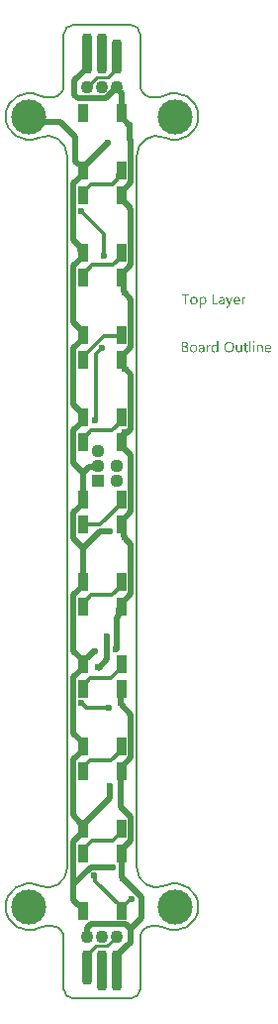
<source format=gtl>
G04*
G04 #@! TF.GenerationSoftware,Altium Limited,Altium Designer,21.8.1 (53)*
G04*
G04 Layer_Physical_Order=1*
G04 Layer_Color=255*
%FSAX25Y25*%
%MOIN*%
G70*
G04*
G04 #@! TF.SameCoordinates,E3F0FB40-B38B-4DF8-A9CB-3E72E830E8E9*
G04*
G04*
G04 #@! TF.FilePolarity,Positive*
G04*
G01*
G75*
%ADD10C,0.01968*%
%ADD11C,0.00787*%
%ADD12R,0.03543X0.05906*%
G04:AMPARAMS|DCode=14|XSize=35.43mil|YSize=135.83mil|CornerRadius=13.82mil|HoleSize=0mil|Usage=FLASHONLY|Rotation=0.000|XOffset=0mil|YOffset=0mil|HoleType=Round|Shape=RoundedRectangle|*
%AMROUNDEDRECTD14*
21,1,0.03543,0.10819,0,0,0.0*
21,1,0.00780,0.13583,0,0,0.0*
1,1,0.02764,0.00390,-0.05409*
1,1,0.02764,-0.00390,-0.05409*
1,1,0.02764,-0.00390,0.05409*
1,1,0.02764,0.00390,0.05409*
%
%ADD14ROUNDEDRECTD14*%
G04:AMPARAMS|DCode=15|XSize=35.43mil|YSize=116.14mil|CornerRadius=13.82mil|HoleSize=0mil|Usage=FLASHONLY|Rotation=0.000|XOffset=0mil|YOffset=0mil|HoleType=Round|Shape=RoundedRectangle|*
%AMROUNDEDRECTD15*
21,1,0.03543,0.08850,0,0,0.0*
21,1,0.00780,0.11614,0,0,0.0*
1,1,0.02764,0.00390,-0.04425*
1,1,0.02764,-0.00390,-0.04425*
1,1,0.02764,-0.00390,0.04425*
1,1,0.02764,0.00390,0.04425*
%
%ADD15ROUNDEDRECTD15*%
%ADD19C,0.04331*%
%ADD21C,0.01142*%
%ADD22C,0.01181*%
%ADD23R,0.04370X0.04370*%
%ADD24C,0.04370*%
%ADD25C,0.11811*%
%ADD26C,0.02362*%
G36*
X0034211Y0235930D02*
X0034254Y0235924D01*
X0034297Y0235918D01*
X0034409Y0235893D01*
X0034533Y0235856D01*
X0034657Y0235794D01*
X0034718Y0235757D01*
X0034780Y0235707D01*
X0034836Y0235658D01*
X0034892Y0235596D01*
X0034898Y0235590D01*
X0034904Y0235583D01*
X0034916Y0235559D01*
X0034935Y0235534D01*
X0034954Y0235503D01*
X0034978Y0235459D01*
X0035003Y0235410D01*
X0035028Y0235361D01*
X0035053Y0235299D01*
X0035077Y0235230D01*
X0035102Y0235156D01*
X0035121Y0235076D01*
X0035152Y0234896D01*
X0035164Y0234797D01*
Y0234692D01*
Y0234686D01*
Y0234667D01*
Y0234630D01*
X0035158Y0234587D01*
Y0234537D01*
X0035146Y0234475D01*
X0035139Y0234407D01*
X0035127Y0234333D01*
X0035090Y0234172D01*
X0035034Y0234005D01*
X0034997Y0233924D01*
X0034960Y0233844D01*
X0034910Y0233764D01*
X0034855Y0233689D01*
X0034848Y0233683D01*
X0034842Y0233671D01*
X0034824Y0233652D01*
X0034799Y0233633D01*
X0034768Y0233603D01*
X0034731Y0233572D01*
X0034687Y0233535D01*
X0034638Y0233504D01*
X0034582Y0233466D01*
X0034520Y0233429D01*
X0034372Y0233373D01*
X0034291Y0233349D01*
X0034211Y0233330D01*
X0034118Y0233318D01*
X0034019Y0233312D01*
X0033969D01*
X0033938Y0233318D01*
X0033895Y0233324D01*
X0033852Y0233336D01*
X0033740Y0233361D01*
X0033623Y0233411D01*
X0033555Y0233448D01*
X0033493Y0233485D01*
X0033431Y0233535D01*
X0033375Y0233590D01*
X0033313Y0233652D01*
X0033264Y0233726D01*
X0033251D01*
Y0232216D01*
X0032849D01*
Y0235880D01*
X0033251D01*
Y0235435D01*
X0033264D01*
X0033270Y0235441D01*
X0033276Y0235459D01*
X0033295Y0235484D01*
X0033319Y0235515D01*
X0033350Y0235552D01*
X0033388Y0235596D01*
X0033431Y0235639D01*
X0033487Y0235689D01*
X0033542Y0235732D01*
X0033604Y0235775D01*
X0033678Y0235819D01*
X0033753Y0235856D01*
X0033839Y0235893D01*
X0033932Y0235918D01*
X0034025Y0235930D01*
X0034130Y0235936D01*
X0034180D01*
X0034211Y0235930D01*
D02*
G37*
G36*
X0048324Y0235918D02*
X0048398Y0235911D01*
X0048442Y0235899D01*
X0048472Y0235887D01*
Y0235472D01*
X0048466Y0235478D01*
X0048454Y0235484D01*
X0048429Y0235497D01*
X0048398Y0235515D01*
X0048355Y0235528D01*
X0048299Y0235540D01*
X0048237Y0235546D01*
X0048169Y0235552D01*
X0048157D01*
X0048126Y0235546D01*
X0048076Y0235540D01*
X0048021Y0235522D01*
X0047946Y0235490D01*
X0047878Y0235447D01*
X0047804Y0235385D01*
X0047736Y0235305D01*
X0047730Y0235292D01*
X0047711Y0235262D01*
X0047680Y0235206D01*
X0047649Y0235132D01*
X0047618Y0235039D01*
X0047587Y0234921D01*
X0047569Y0234791D01*
X0047563Y0234643D01*
Y0233367D01*
X0047160D01*
Y0235880D01*
X0047563D01*
Y0235361D01*
X0047575D01*
Y0235367D01*
X0047581Y0235373D01*
X0047594Y0235404D01*
X0047612Y0235453D01*
X0047643Y0235515D01*
X0047674Y0235577D01*
X0047724Y0235645D01*
X0047773Y0235713D01*
X0047835Y0235775D01*
X0047841Y0235781D01*
X0047866Y0235800D01*
X0047903Y0235825D01*
X0047953Y0235849D01*
X0048008Y0235874D01*
X0048076Y0235899D01*
X0048151Y0235918D01*
X0048231Y0235924D01*
X0048287D01*
X0048324Y0235918D01*
D02*
G37*
G36*
X0042945Y0232965D02*
X0042939Y0232959D01*
X0042933Y0232934D01*
X0042914Y0232891D01*
X0042889Y0232841D01*
X0042858Y0232786D01*
X0042815Y0232717D01*
X0042772Y0232649D01*
X0042722Y0232575D01*
X0042660Y0232501D01*
X0042598Y0232433D01*
X0042524Y0232365D01*
X0042443Y0232309D01*
X0042363Y0232259D01*
X0042270Y0232216D01*
X0042177Y0232191D01*
X0042072Y0232185D01*
X0042016D01*
X0041979Y0232191D01*
X0041899Y0232204D01*
X0041812Y0232222D01*
Y0232581D01*
X0041818D01*
X0041837Y0232575D01*
X0041862Y0232569D01*
X0041893Y0232563D01*
X0041967Y0232544D01*
X0042047Y0232538D01*
X0042060D01*
X0042097Y0232544D01*
X0042153Y0232556D01*
X0042221Y0232581D01*
X0042295Y0232625D01*
X0042332Y0232656D01*
X0042369Y0232693D01*
X0042406Y0232730D01*
X0042443Y0232779D01*
X0042474Y0232835D01*
X0042505Y0232897D01*
X0042710Y0233367D01*
X0041725Y0235880D01*
X0042171D01*
X0042852Y0233943D01*
Y0233937D01*
X0042858Y0233924D01*
X0042864Y0233906D01*
X0042871Y0233881D01*
X0042877Y0233844D01*
X0042889Y0233807D01*
X0042902Y0233751D01*
X0042920D01*
Y0233764D01*
X0042933Y0233801D01*
X0042945Y0233856D01*
X0042970Y0233937D01*
X0043681Y0235880D01*
X0044096D01*
X0042945Y0232965D01*
D02*
G37*
G36*
X0040537Y0235930D02*
X0040593Y0235924D01*
X0040661Y0235905D01*
X0040735Y0235887D01*
X0040815Y0235856D01*
X0040902Y0235819D01*
X0040983Y0235769D01*
X0041063Y0235707D01*
X0041137Y0235633D01*
X0041205Y0235540D01*
X0041261Y0235435D01*
X0041304Y0235311D01*
X0041329Y0235169D01*
X0041342Y0235001D01*
Y0233367D01*
X0040939D01*
Y0233757D01*
X0040927D01*
Y0233751D01*
X0040915Y0233739D01*
X0040902Y0233714D01*
X0040877Y0233689D01*
X0040815Y0233615D01*
X0040735Y0233535D01*
X0040624Y0233454D01*
X0040494Y0233380D01*
X0040413Y0233355D01*
X0040333Y0233330D01*
X0040246Y0233318D01*
X0040153Y0233312D01*
X0040116D01*
X0040091Y0233318D01*
X0040023Y0233324D01*
X0039943Y0233336D01*
X0039844Y0233361D01*
X0039751Y0233392D01*
X0039652Y0233442D01*
X0039565Y0233504D01*
X0039559Y0233516D01*
X0039534Y0233541D01*
X0039497Y0233584D01*
X0039460Y0233646D01*
X0039423Y0233720D01*
X0039386Y0233807D01*
X0039361Y0233912D01*
X0039355Y0234030D01*
Y0234036D01*
Y0234061D01*
X0039361Y0234098D01*
X0039367Y0234141D01*
X0039379Y0234197D01*
X0039398Y0234259D01*
X0039423Y0234327D01*
X0039460Y0234395D01*
X0039503Y0234469D01*
X0039559Y0234543D01*
X0039627Y0234612D01*
X0039707Y0234673D01*
X0039800Y0234735D01*
X0039912Y0234785D01*
X0040036Y0234822D01*
X0040184Y0234853D01*
X0040939Y0234958D01*
Y0234964D01*
Y0234983D01*
X0040933Y0235020D01*
Y0235057D01*
X0040921Y0235107D01*
X0040915Y0235162D01*
X0040877Y0235280D01*
X0040846Y0235336D01*
X0040815Y0235391D01*
X0040772Y0235447D01*
X0040723Y0235497D01*
X0040661Y0235540D01*
X0040593Y0235571D01*
X0040512Y0235590D01*
X0040419Y0235596D01*
X0040376D01*
X0040345Y0235590D01*
X0040302D01*
X0040258Y0235577D01*
X0040147Y0235559D01*
X0040023Y0235522D01*
X0039887Y0235466D01*
X0039813Y0235429D01*
X0039745Y0235391D01*
X0039670Y0235342D01*
X0039602Y0235286D01*
Y0235701D01*
X0039608D01*
X0039621Y0235713D01*
X0039639Y0235726D01*
X0039670Y0235738D01*
X0039701Y0235757D01*
X0039745Y0235775D01*
X0039794Y0235794D01*
X0039850Y0235819D01*
X0039974Y0235862D01*
X0040122Y0235899D01*
X0040283Y0235924D01*
X0040457Y0235936D01*
X0040494D01*
X0040537Y0235930D01*
D02*
G37*
G36*
X0037646Y0233739D02*
X0039057D01*
Y0233367D01*
X0037231D01*
Y0236883D01*
X0037646D01*
Y0233739D01*
D02*
G37*
G36*
X0029407Y0236512D02*
X0028392D01*
Y0233367D01*
X0027984D01*
Y0236512D01*
X0026969D01*
Y0236883D01*
X0029407D01*
Y0236512D01*
D02*
G37*
G36*
X0045600Y0235930D02*
X0045644Y0235924D01*
X0045687Y0235918D01*
X0045799Y0235899D01*
X0045922Y0235856D01*
X0046046Y0235800D01*
X0046108Y0235763D01*
X0046170Y0235719D01*
X0046226Y0235670D01*
X0046281Y0235614D01*
X0046288Y0235608D01*
X0046294Y0235602D01*
X0046306Y0235583D01*
X0046325Y0235559D01*
X0046343Y0235522D01*
X0046368Y0235484D01*
X0046393Y0235441D01*
X0046417Y0235385D01*
X0046442Y0235323D01*
X0046467Y0235262D01*
X0046492Y0235187D01*
X0046510Y0235107D01*
X0046529Y0235020D01*
X0046541Y0234933D01*
X0046554Y0234834D01*
Y0234729D01*
Y0234519D01*
X0044777D01*
Y0234512D01*
Y0234500D01*
Y0234482D01*
X0044783Y0234451D01*
X0044789Y0234413D01*
Y0234376D01*
X0044808Y0234277D01*
X0044839Y0234178D01*
X0044876Y0234067D01*
X0044932Y0233962D01*
X0045000Y0233869D01*
X0045012Y0233856D01*
X0045037Y0233832D01*
X0045087Y0233801D01*
X0045155Y0233757D01*
X0045241Y0233714D01*
X0045340Y0233683D01*
X0045458Y0233658D01*
X0045594Y0233646D01*
X0045638D01*
X0045669Y0233652D01*
X0045706D01*
X0045749Y0233658D01*
X0045854Y0233683D01*
X0045972Y0233714D01*
X0046102Y0233764D01*
X0046238Y0233832D01*
X0046306Y0233875D01*
X0046374Y0233924D01*
Y0233547D01*
X0046368D01*
X0046362Y0233535D01*
X0046343Y0233528D01*
X0046312Y0233510D01*
X0046281Y0233491D01*
X0046244Y0233473D01*
X0046195Y0233454D01*
X0046145Y0233429D01*
X0046083Y0233404D01*
X0046015Y0233386D01*
X0045867Y0233349D01*
X0045693Y0233324D01*
X0045501Y0233312D01*
X0045452D01*
X0045415Y0233318D01*
X0045371Y0233324D01*
X0045316Y0233330D01*
X0045198Y0233355D01*
X0045062Y0233392D01*
X0044926Y0233454D01*
X0044858Y0233497D01*
X0044789Y0233541D01*
X0044728Y0233590D01*
X0044666Y0233652D01*
X0044660Y0233658D01*
X0044653Y0233671D01*
X0044641Y0233689D01*
X0044616Y0233714D01*
X0044598Y0233751D01*
X0044573Y0233794D01*
X0044542Y0233844D01*
X0044517Y0233900D01*
X0044486Y0233962D01*
X0044461Y0234036D01*
X0044431Y0234116D01*
X0044412Y0234203D01*
X0044393Y0234296D01*
X0044375Y0234395D01*
X0044369Y0234500D01*
X0044362Y0234612D01*
Y0234618D01*
Y0234636D01*
Y0234667D01*
X0044369Y0234711D01*
X0044375Y0234760D01*
X0044381Y0234816D01*
X0044387Y0234884D01*
X0044406Y0234952D01*
X0044443Y0235101D01*
X0044499Y0235262D01*
X0044536Y0235342D01*
X0044585Y0235416D01*
X0044635Y0235497D01*
X0044690Y0235565D01*
X0044697Y0235571D01*
X0044709Y0235583D01*
X0044728Y0235602D01*
X0044752Y0235620D01*
X0044783Y0235651D01*
X0044820Y0235682D01*
X0044870Y0235713D01*
X0044919Y0235751D01*
X0045037Y0235819D01*
X0045180Y0235880D01*
X0045260Y0235899D01*
X0045340Y0235918D01*
X0045427Y0235930D01*
X0045520Y0235936D01*
X0045569D01*
X0045600Y0235930D01*
D02*
G37*
G36*
X0031110D02*
X0031153Y0235924D01*
X0031209Y0235918D01*
X0031332Y0235893D01*
X0031475Y0235849D01*
X0031617Y0235788D01*
X0031691Y0235751D01*
X0031760Y0235707D01*
X0031828Y0235651D01*
X0031890Y0235590D01*
X0031896Y0235583D01*
X0031902Y0235571D01*
X0031920Y0235552D01*
X0031939Y0235528D01*
X0031964Y0235490D01*
X0031989Y0235447D01*
X0032019Y0235398D01*
X0032050Y0235342D01*
X0032075Y0235274D01*
X0032106Y0235206D01*
X0032131Y0235125D01*
X0032156Y0235039D01*
X0032174Y0234946D01*
X0032193Y0234847D01*
X0032199Y0234741D01*
X0032205Y0234630D01*
Y0234624D01*
Y0234605D01*
Y0234574D01*
X0032199Y0234531D01*
X0032193Y0234482D01*
X0032187Y0234420D01*
X0032174Y0234358D01*
X0032162Y0234283D01*
X0032125Y0234135D01*
X0032063Y0233974D01*
X0032026Y0233893D01*
X0031976Y0233813D01*
X0031927Y0233739D01*
X0031865Y0233671D01*
X0031859Y0233664D01*
X0031846Y0233658D01*
X0031828Y0233640D01*
X0031803Y0233615D01*
X0031766Y0233590D01*
X0031729Y0233559D01*
X0031679Y0233522D01*
X0031623Y0233491D01*
X0031561Y0233460D01*
X0031493Y0233423D01*
X0031419Y0233392D01*
X0031339Y0233367D01*
X0031252Y0233343D01*
X0031159Y0233330D01*
X0031060Y0233318D01*
X0030955Y0233312D01*
X0030899D01*
X0030862Y0233318D01*
X0030819Y0233324D01*
X0030763Y0233330D01*
X0030701Y0233343D01*
X0030633Y0233355D01*
X0030491Y0233398D01*
X0030342Y0233460D01*
X0030268Y0233497D01*
X0030200Y0233547D01*
X0030132Y0233596D01*
X0030064Y0233658D01*
X0030057Y0233664D01*
X0030051Y0233677D01*
X0030033Y0233695D01*
X0030014Y0233720D01*
X0029989Y0233757D01*
X0029958Y0233801D01*
X0029927Y0233850D01*
X0029902Y0233906D01*
X0029872Y0233974D01*
X0029841Y0234042D01*
X0029810Y0234116D01*
X0029785Y0234203D01*
X0029748Y0234389D01*
X0029742Y0234488D01*
X0029735Y0234593D01*
Y0234599D01*
Y0234624D01*
Y0234655D01*
X0029742Y0234698D01*
X0029748Y0234748D01*
X0029754Y0234810D01*
X0029766Y0234878D01*
X0029779Y0234952D01*
X0029816Y0235113D01*
X0029878Y0235274D01*
X0029921Y0235354D01*
X0029964Y0235435D01*
X0030014Y0235509D01*
X0030076Y0235577D01*
X0030082Y0235583D01*
X0030094Y0235596D01*
X0030113Y0235608D01*
X0030138Y0235633D01*
X0030175Y0235658D01*
X0030218Y0235689D01*
X0030268Y0235726D01*
X0030323Y0235757D01*
X0030385Y0235788D01*
X0030460Y0235825D01*
X0030534Y0235856D01*
X0030621Y0235880D01*
X0030707Y0235905D01*
X0030806Y0235924D01*
X0030911Y0235930D01*
X0031017Y0235936D01*
X0031072D01*
X0031110Y0235930D01*
D02*
G37*
G36*
X0051178Y0220945D02*
X0051202D01*
X0051258Y0220920D01*
X0051289Y0220901D01*
X0051320Y0220877D01*
X0051326Y0220870D01*
X0051332Y0220864D01*
X0051363Y0220827D01*
X0051388Y0220765D01*
X0051394Y0220728D01*
X0051400Y0220691D01*
Y0220685D01*
Y0220672D01*
X0051394Y0220654D01*
X0051388Y0220629D01*
X0051370Y0220567D01*
X0051345Y0220536D01*
X0051320Y0220505D01*
X0051314D01*
X0051308Y0220493D01*
X0051270Y0220468D01*
X0051215Y0220443D01*
X0051178Y0220437D01*
X0051140Y0220431D01*
X0051122D01*
X0051103Y0220437D01*
X0051078D01*
X0051017Y0220462D01*
X0050986Y0220474D01*
X0050955Y0220499D01*
Y0220505D01*
X0050942Y0220511D01*
X0050930Y0220530D01*
X0050918Y0220548D01*
X0050893Y0220610D01*
X0050887Y0220648D01*
X0050880Y0220691D01*
Y0220697D01*
Y0220709D01*
X0050887Y0220728D01*
X0050893Y0220759D01*
X0050911Y0220815D01*
X0050930Y0220846D01*
X0050955Y0220877D01*
X0050961Y0220883D01*
X0050967Y0220889D01*
X0051004Y0220914D01*
X0051066Y0220938D01*
X0051103Y0220951D01*
X0051159D01*
X0051178Y0220945D01*
D02*
G37*
G36*
X0039187Y0217280D02*
X0038785D01*
Y0217701D01*
X0038773D01*
Y0217695D01*
X0038760Y0217683D01*
X0038742Y0217658D01*
X0038723Y0217627D01*
X0038692Y0217590D01*
X0038655Y0217552D01*
X0038612Y0217509D01*
X0038562Y0217466D01*
X0038507Y0217416D01*
X0038438Y0217373D01*
X0038370Y0217336D01*
X0038290Y0217299D01*
X0038210Y0217268D01*
X0038117Y0217243D01*
X0038018Y0217231D01*
X0037912Y0217224D01*
X0037869D01*
X0037832Y0217231D01*
X0037795Y0217237D01*
X0037745Y0217243D01*
X0037640Y0217268D01*
X0037516Y0217305D01*
X0037392Y0217367D01*
X0037324Y0217404D01*
X0037269Y0217447D01*
X0037207Y0217503D01*
X0037151Y0217559D01*
Y0217565D01*
X0037139Y0217577D01*
X0037126Y0217596D01*
X0037108Y0217621D01*
X0037089Y0217652D01*
X0037064Y0217695D01*
X0037040Y0217744D01*
X0037015Y0217800D01*
X0036984Y0217862D01*
X0036959Y0217930D01*
X0036934Y0218004D01*
X0036916Y0218085D01*
X0036897Y0218172D01*
X0036885Y0218270D01*
X0036879Y0218370D01*
X0036873Y0218475D01*
Y0218481D01*
Y0218499D01*
Y0218537D01*
X0036879Y0218580D01*
X0036885Y0218630D01*
X0036891Y0218691D01*
X0036897Y0218759D01*
X0036910Y0218834D01*
X0036947Y0218995D01*
X0037003Y0219162D01*
X0037040Y0219242D01*
X0037083Y0219323D01*
X0037126Y0219397D01*
X0037182Y0219471D01*
X0037188Y0219478D01*
X0037194Y0219490D01*
X0037213Y0219509D01*
X0037238Y0219533D01*
X0037269Y0219558D01*
X0037312Y0219589D01*
X0037355Y0219626D01*
X0037405Y0219663D01*
X0037529Y0219731D01*
X0037671Y0219793D01*
X0037751Y0219812D01*
X0037838Y0219830D01*
X0037925Y0219843D01*
X0038024Y0219849D01*
X0038073D01*
X0038111Y0219843D01*
X0038148Y0219837D01*
X0038197Y0219830D01*
X0038309Y0219799D01*
X0038432Y0219750D01*
X0038494Y0219719D01*
X0038556Y0219676D01*
X0038618Y0219632D01*
X0038674Y0219577D01*
X0038723Y0219515D01*
X0038773Y0219440D01*
X0038785D01*
Y0221000D01*
X0039187D01*
Y0217280D01*
D02*
G37*
G36*
X0053456Y0219843D02*
X0053530Y0219837D01*
X0053623Y0219818D01*
X0053722Y0219787D01*
X0053827Y0219738D01*
X0053932Y0219670D01*
X0053975Y0219632D01*
X0054019Y0219583D01*
X0054031Y0219570D01*
X0054056Y0219533D01*
X0054087Y0219471D01*
X0054130Y0219385D01*
X0054167Y0219280D01*
X0054204Y0219149D01*
X0054229Y0218995D01*
X0054235Y0218815D01*
Y0217280D01*
X0053833D01*
Y0218710D01*
Y0218716D01*
Y0218747D01*
X0053827Y0218784D01*
Y0218834D01*
X0053815Y0218896D01*
X0053802Y0218964D01*
X0053784Y0219038D01*
X0053759Y0219112D01*
X0053728Y0219187D01*
X0053691Y0219255D01*
X0053641Y0219323D01*
X0053585Y0219385D01*
X0053524Y0219434D01*
X0053443Y0219471D01*
X0053356Y0219502D01*
X0053251Y0219509D01*
X0053239D01*
X0053202Y0219502D01*
X0053146Y0219496D01*
X0053078Y0219478D01*
X0052997Y0219453D01*
X0052911Y0219409D01*
X0052830Y0219354D01*
X0052750Y0219280D01*
X0052744Y0219267D01*
X0052719Y0219242D01*
X0052688Y0219193D01*
X0052651Y0219125D01*
X0052614Y0219044D01*
X0052583Y0218945D01*
X0052558Y0218834D01*
X0052552Y0218710D01*
Y0217280D01*
X0052149D01*
Y0219793D01*
X0052552D01*
Y0219372D01*
X0052564D01*
X0052570Y0219378D01*
X0052577Y0219391D01*
X0052595Y0219416D01*
X0052620Y0219447D01*
X0052645Y0219484D01*
X0052682Y0219521D01*
X0052725Y0219564D01*
X0052775Y0219614D01*
X0052830Y0219657D01*
X0052892Y0219700D01*
X0052960Y0219738D01*
X0053035Y0219775D01*
X0053109Y0219806D01*
X0053196Y0219830D01*
X0053288Y0219843D01*
X0053387Y0219849D01*
X0053425D01*
X0053456Y0219843D01*
D02*
G37*
G36*
X0036458Y0219830D02*
X0036532Y0219824D01*
X0036575Y0219812D01*
X0036606Y0219799D01*
Y0219385D01*
X0036600Y0219391D01*
X0036588Y0219397D01*
X0036563Y0219409D01*
X0036532Y0219428D01*
X0036489Y0219440D01*
X0036433Y0219453D01*
X0036371Y0219459D01*
X0036303Y0219465D01*
X0036291D01*
X0036260Y0219459D01*
X0036210Y0219453D01*
X0036154Y0219434D01*
X0036080Y0219403D01*
X0036012Y0219360D01*
X0035938Y0219298D01*
X0035870Y0219218D01*
X0035864Y0219205D01*
X0035845Y0219174D01*
X0035814Y0219119D01*
X0035783Y0219044D01*
X0035752Y0218951D01*
X0035721Y0218834D01*
X0035703Y0218704D01*
X0035696Y0218555D01*
Y0217280D01*
X0035294D01*
Y0219793D01*
X0035696D01*
Y0219273D01*
X0035709D01*
Y0219280D01*
X0035715Y0219286D01*
X0035727Y0219317D01*
X0035746Y0219366D01*
X0035777Y0219428D01*
X0035808Y0219490D01*
X0035857Y0219558D01*
X0035907Y0219626D01*
X0035969Y0219688D01*
X0035975Y0219694D01*
X0036000Y0219713D01*
X0036037Y0219738D01*
X0036086Y0219762D01*
X0036142Y0219787D01*
X0036210Y0219812D01*
X0036284Y0219830D01*
X0036365Y0219837D01*
X0036421D01*
X0036458Y0219830D01*
D02*
G37*
G36*
X0047197Y0217280D02*
X0046795D01*
Y0217676D01*
X0046783D01*
Y0217670D01*
X0046770Y0217658D01*
X0046758Y0217633D01*
X0046733Y0217608D01*
X0046677Y0217534D01*
X0046591Y0217453D01*
X0046541Y0217410D01*
X0046486Y0217367D01*
X0046424Y0217330D01*
X0046349Y0217292D01*
X0046275Y0217268D01*
X0046195Y0217243D01*
X0046102Y0217231D01*
X0046009Y0217224D01*
X0045972D01*
X0045928Y0217231D01*
X0045867Y0217243D01*
X0045799Y0217255D01*
X0045724Y0217280D01*
X0045644Y0217311D01*
X0045563Y0217361D01*
X0045477Y0217416D01*
X0045396Y0217484D01*
X0045322Y0217571D01*
X0045254Y0217676D01*
X0045192Y0217794D01*
X0045149Y0217936D01*
X0045124Y0218103D01*
X0045111Y0218190D01*
Y0218289D01*
Y0219793D01*
X0045507D01*
Y0218351D01*
Y0218345D01*
Y0218320D01*
X0045514Y0218277D01*
X0045520Y0218227D01*
X0045526Y0218165D01*
X0045538Y0218103D01*
X0045557Y0218029D01*
X0045582Y0217955D01*
X0045619Y0217881D01*
X0045656Y0217812D01*
X0045706Y0217744D01*
X0045768Y0217683D01*
X0045836Y0217633D01*
X0045916Y0217596D01*
X0046015Y0217565D01*
X0046120Y0217559D01*
X0046133D01*
X0046170Y0217565D01*
X0046226Y0217571D01*
X0046288Y0217583D01*
X0046368Y0217614D01*
X0046448Y0217652D01*
X0046529Y0217701D01*
X0046603Y0217775D01*
X0046609Y0217788D01*
X0046634Y0217812D01*
X0046665Y0217862D01*
X0046702Y0217930D01*
X0046733Y0218010D01*
X0046764Y0218110D01*
X0046789Y0218221D01*
X0046795Y0218345D01*
Y0219793D01*
X0047197D01*
Y0217280D01*
D02*
G37*
G36*
X0051332D02*
X0050930D01*
Y0219793D01*
X0051332D01*
Y0217280D01*
D02*
G37*
G36*
X0050113D02*
X0049711D01*
Y0221000D01*
X0050113D01*
Y0217280D01*
D02*
G37*
G36*
X0033734Y0219843D02*
X0033790Y0219837D01*
X0033858Y0219818D01*
X0033932Y0219799D01*
X0034013Y0219769D01*
X0034099Y0219731D01*
X0034180Y0219682D01*
X0034260Y0219620D01*
X0034335Y0219546D01*
X0034403Y0219453D01*
X0034458Y0219348D01*
X0034502Y0219224D01*
X0034527Y0219081D01*
X0034539Y0218914D01*
Y0217280D01*
X0034137D01*
Y0217670D01*
X0034124D01*
Y0217664D01*
X0034112Y0217652D01*
X0034099Y0217627D01*
X0034075Y0217602D01*
X0034013Y0217528D01*
X0033932Y0217447D01*
X0033821Y0217367D01*
X0033691Y0217292D01*
X0033610Y0217268D01*
X0033530Y0217243D01*
X0033443Y0217231D01*
X0033350Y0217224D01*
X0033313D01*
X0033288Y0217231D01*
X0033220Y0217237D01*
X0033140Y0217249D01*
X0033041Y0217274D01*
X0032948Y0217305D01*
X0032849Y0217354D01*
X0032762Y0217416D01*
X0032756Y0217429D01*
X0032731Y0217453D01*
X0032694Y0217497D01*
X0032657Y0217559D01*
X0032620Y0217633D01*
X0032583Y0217720D01*
X0032558Y0217825D01*
X0032552Y0217943D01*
Y0217949D01*
Y0217973D01*
X0032558Y0218010D01*
X0032564Y0218054D01*
X0032577Y0218110D01*
X0032595Y0218172D01*
X0032620Y0218240D01*
X0032657Y0218308D01*
X0032700Y0218382D01*
X0032756Y0218456D01*
X0032824Y0218524D01*
X0032905Y0218586D01*
X0032998Y0218648D01*
X0033109Y0218698D01*
X0033233Y0218735D01*
X0033381Y0218766D01*
X0034137Y0218871D01*
Y0218877D01*
Y0218896D01*
X0034130Y0218933D01*
Y0218970D01*
X0034118Y0219020D01*
X0034112Y0219075D01*
X0034075Y0219193D01*
X0034044Y0219249D01*
X0034013Y0219304D01*
X0033969Y0219360D01*
X0033920Y0219409D01*
X0033858Y0219453D01*
X0033790Y0219484D01*
X0033709Y0219502D01*
X0033617Y0219509D01*
X0033573D01*
X0033542Y0219502D01*
X0033499D01*
X0033456Y0219490D01*
X0033344Y0219471D01*
X0033220Y0219434D01*
X0033084Y0219378D01*
X0033010Y0219341D01*
X0032942Y0219304D01*
X0032868Y0219255D01*
X0032800Y0219199D01*
Y0219614D01*
X0032806D01*
X0032818Y0219626D01*
X0032837Y0219638D01*
X0032868Y0219651D01*
X0032899Y0219670D01*
X0032942Y0219688D01*
X0032991Y0219707D01*
X0033047Y0219731D01*
X0033171Y0219775D01*
X0033319Y0219812D01*
X0033480Y0219837D01*
X0033654Y0219849D01*
X0033691D01*
X0033734Y0219843D01*
D02*
G37*
G36*
X0028045Y0220790D02*
X0028089D01*
X0028132Y0220784D01*
X0028231Y0220771D01*
X0028349Y0220740D01*
X0028473Y0220703D01*
X0028590Y0220648D01*
X0028695Y0220573D01*
X0028702D01*
X0028708Y0220561D01*
X0028739Y0220536D01*
X0028782Y0220486D01*
X0028832Y0220418D01*
X0028875Y0220332D01*
X0028918Y0220233D01*
X0028949Y0220121D01*
X0028962Y0220059D01*
Y0219991D01*
Y0219985D01*
Y0219979D01*
Y0219942D01*
X0028956Y0219886D01*
X0028943Y0219818D01*
X0028925Y0219731D01*
X0028894Y0219645D01*
X0028856Y0219558D01*
X0028801Y0219471D01*
X0028795Y0219459D01*
X0028770Y0219434D01*
X0028733Y0219397D01*
X0028683Y0219348D01*
X0028621Y0219298D01*
X0028547Y0219242D01*
X0028454Y0219199D01*
X0028355Y0219156D01*
Y0219149D01*
X0028374D01*
X0028392Y0219143D01*
X0028411Y0219137D01*
X0028479Y0219125D01*
X0028559Y0219100D01*
X0028646Y0219063D01*
X0028739Y0219020D01*
X0028832Y0218958D01*
X0028918Y0218877D01*
X0028931Y0218865D01*
X0028956Y0218834D01*
X0028986Y0218791D01*
X0029030Y0218722D01*
X0029067Y0218636D01*
X0029104Y0218537D01*
X0029129Y0218419D01*
X0029135Y0218289D01*
Y0218283D01*
Y0218270D01*
Y0218246D01*
X0029129Y0218215D01*
X0029123Y0218178D01*
X0029116Y0218134D01*
X0029092Y0218029D01*
X0029054Y0217912D01*
X0028999Y0217788D01*
X0028962Y0217732D01*
X0028918Y0217670D01*
X0028863Y0217614D01*
X0028807Y0217559D01*
X0028801D01*
X0028795Y0217546D01*
X0028776Y0217534D01*
X0028751Y0217515D01*
X0028720Y0217497D01*
X0028677Y0217472D01*
X0028584Y0217423D01*
X0028466Y0217367D01*
X0028330Y0217323D01*
X0028169Y0217292D01*
X0028089Y0217286D01*
X0027996Y0217280D01*
X0026969D01*
Y0220796D01*
X0028015D01*
X0028045Y0220790D01*
D02*
G37*
G36*
X0048541Y0219793D02*
X0049178D01*
Y0219447D01*
X0048541D01*
Y0218029D01*
Y0218017D01*
Y0217986D01*
X0048547Y0217943D01*
X0048553Y0217887D01*
X0048578Y0217769D01*
X0048596Y0217713D01*
X0048627Y0217670D01*
X0048634Y0217664D01*
X0048646Y0217652D01*
X0048664Y0217639D01*
X0048695Y0217621D01*
X0048733Y0217596D01*
X0048782Y0217583D01*
X0048844Y0217571D01*
X0048912Y0217565D01*
X0048937D01*
X0048968Y0217571D01*
X0049005Y0217577D01*
X0049092Y0217602D01*
X0049135Y0217621D01*
X0049178Y0217645D01*
Y0217299D01*
X0049172D01*
X0049153Y0217286D01*
X0049123Y0217280D01*
X0049079Y0217268D01*
X0049024Y0217255D01*
X0048961Y0217243D01*
X0048887Y0217237D01*
X0048801Y0217231D01*
X0048770D01*
X0048739Y0217237D01*
X0048695Y0217243D01*
X0048646Y0217255D01*
X0048590Y0217268D01*
X0048534Y0217292D01*
X0048472Y0217323D01*
X0048411Y0217361D01*
X0048349Y0217410D01*
X0048293Y0217466D01*
X0048243Y0217540D01*
X0048200Y0217621D01*
X0048169Y0217720D01*
X0048145Y0217831D01*
X0048138Y0217961D01*
Y0219447D01*
X0047711D01*
Y0219793D01*
X0048138D01*
Y0220406D01*
X0048541Y0220536D01*
Y0219793D01*
D02*
G37*
G36*
X0056068Y0219843D02*
X0056111Y0219837D01*
X0056154Y0219830D01*
X0056266Y0219812D01*
X0056389Y0219769D01*
X0056513Y0219713D01*
X0056575Y0219676D01*
X0056637Y0219632D01*
X0056693Y0219583D01*
X0056749Y0219527D01*
X0056755Y0219521D01*
X0056761Y0219515D01*
X0056773Y0219496D01*
X0056792Y0219471D01*
X0056810Y0219434D01*
X0056835Y0219397D01*
X0056860Y0219354D01*
X0056885Y0219298D01*
X0056910Y0219236D01*
X0056934Y0219174D01*
X0056959Y0219100D01*
X0056978Y0219020D01*
X0056996Y0218933D01*
X0057009Y0218846D01*
X0057021Y0218747D01*
Y0218642D01*
Y0218431D01*
X0055244D01*
Y0218425D01*
Y0218413D01*
Y0218394D01*
X0055251Y0218363D01*
X0055257Y0218326D01*
Y0218289D01*
X0055275Y0218190D01*
X0055306Y0218091D01*
X0055343Y0217980D01*
X0055399Y0217874D01*
X0055467Y0217781D01*
X0055480Y0217769D01*
X0055504Y0217744D01*
X0055554Y0217713D01*
X0055622Y0217670D01*
X0055709Y0217627D01*
X0055808Y0217596D01*
X0055925Y0217571D01*
X0056062Y0217559D01*
X0056105D01*
X0056136Y0217565D01*
X0056173D01*
X0056216Y0217571D01*
X0056322Y0217596D01*
X0056439Y0217627D01*
X0056569Y0217676D01*
X0056705Y0217744D01*
X0056773Y0217788D01*
X0056841Y0217837D01*
Y0217460D01*
X0056835D01*
X0056829Y0217447D01*
X0056810Y0217441D01*
X0056779Y0217423D01*
X0056749Y0217404D01*
X0056711Y0217385D01*
X0056662Y0217367D01*
X0056612Y0217342D01*
X0056551Y0217317D01*
X0056482Y0217299D01*
X0056334Y0217262D01*
X0056160Y0217237D01*
X0055969Y0217224D01*
X0055919D01*
X0055882Y0217231D01*
X0055839Y0217237D01*
X0055783Y0217243D01*
X0055665Y0217268D01*
X0055529Y0217305D01*
X0055393Y0217367D01*
X0055325Y0217410D01*
X0055257Y0217453D01*
X0055195Y0217503D01*
X0055133Y0217565D01*
X0055127Y0217571D01*
X0055121Y0217583D01*
X0055108Y0217602D01*
X0055084Y0217627D01*
X0055065Y0217664D01*
X0055040Y0217707D01*
X0055009Y0217757D01*
X0054984Y0217812D01*
X0054953Y0217874D01*
X0054929Y0217949D01*
X0054898Y0218029D01*
X0054879Y0218116D01*
X0054861Y0218209D01*
X0054842Y0218308D01*
X0054836Y0218413D01*
X0054830Y0218524D01*
Y0218531D01*
Y0218549D01*
Y0218580D01*
X0054836Y0218623D01*
X0054842Y0218673D01*
X0054848Y0218729D01*
X0054854Y0218797D01*
X0054873Y0218865D01*
X0054910Y0219013D01*
X0054966Y0219174D01*
X0055003Y0219255D01*
X0055053Y0219329D01*
X0055102Y0219409D01*
X0055158Y0219478D01*
X0055164Y0219484D01*
X0055176Y0219496D01*
X0055195Y0219515D01*
X0055220Y0219533D01*
X0055251Y0219564D01*
X0055288Y0219595D01*
X0055337Y0219626D01*
X0055387Y0219663D01*
X0055504Y0219731D01*
X0055647Y0219793D01*
X0055727Y0219812D01*
X0055808Y0219830D01*
X0055894Y0219843D01*
X0055987Y0219849D01*
X0056037D01*
X0056068Y0219843D01*
D02*
G37*
G36*
X0043025Y0220852D02*
X0043087Y0220846D01*
X0043161Y0220833D01*
X0043242Y0220815D01*
X0043329Y0220796D01*
X0043415Y0220771D01*
X0043514Y0220740D01*
X0043607Y0220697D01*
X0043706Y0220648D01*
X0043805Y0220592D01*
X0043898Y0220524D01*
X0043991Y0220449D01*
X0044078Y0220363D01*
X0044084Y0220357D01*
X0044096Y0220338D01*
X0044121Y0220313D01*
X0044146Y0220276D01*
X0044183Y0220227D01*
X0044220Y0220165D01*
X0044257Y0220097D01*
X0044300Y0220022D01*
X0044344Y0219929D01*
X0044381Y0219837D01*
X0044418Y0219731D01*
X0044455Y0219614D01*
X0044480Y0219496D01*
X0044505Y0219366D01*
X0044517Y0219224D01*
X0044523Y0219081D01*
Y0219069D01*
Y0219044D01*
Y0219001D01*
X0044517Y0218939D01*
X0044511Y0218865D01*
X0044499Y0218784D01*
X0044486Y0218691D01*
X0044468Y0218586D01*
X0044443Y0218481D01*
X0044412Y0218370D01*
X0044375Y0218258D01*
X0044331Y0218147D01*
X0044276Y0218029D01*
X0044214Y0217924D01*
X0044146Y0217819D01*
X0044065Y0217720D01*
X0044059Y0217713D01*
X0044047Y0217701D01*
X0044016Y0217676D01*
X0043985Y0217645D01*
X0043935Y0217602D01*
X0043880Y0217565D01*
X0043818Y0217515D01*
X0043743Y0217472D01*
X0043663Y0217429D01*
X0043570Y0217379D01*
X0043471Y0217342D01*
X0043360Y0217305D01*
X0043242Y0217268D01*
X0043118Y0217243D01*
X0042988Y0217231D01*
X0042846Y0217224D01*
X0042815D01*
X0042772Y0217231D01*
X0042722D01*
X0042660Y0217237D01*
X0042586Y0217249D01*
X0042505Y0217268D01*
X0042412Y0217286D01*
X0042320Y0217311D01*
X0042221Y0217342D01*
X0042122Y0217385D01*
X0042023Y0217429D01*
X0041923Y0217484D01*
X0041824Y0217552D01*
X0041732Y0217627D01*
X0041645Y0217713D01*
X0041639Y0217720D01*
X0041626Y0217738D01*
X0041602Y0217763D01*
X0041577Y0217800D01*
X0041540Y0217850D01*
X0041503Y0217912D01*
X0041465Y0217980D01*
X0041422Y0218060D01*
X0041379Y0218147D01*
X0041342Y0218240D01*
X0041304Y0218345D01*
X0041267Y0218462D01*
X0041243Y0218580D01*
X0041218Y0218710D01*
X0041205Y0218852D01*
X0041199Y0218995D01*
Y0219007D01*
Y0219032D01*
X0041205Y0219075D01*
Y0219137D01*
X0041212Y0219205D01*
X0041224Y0219292D01*
X0041236Y0219385D01*
X0041255Y0219484D01*
X0041280Y0219589D01*
X0041311Y0219700D01*
X0041348Y0219812D01*
X0041391Y0219923D01*
X0041447Y0220035D01*
X0041509Y0220146D01*
X0041577Y0220251D01*
X0041657Y0220350D01*
X0041664Y0220357D01*
X0041676Y0220375D01*
X0041707Y0220400D01*
X0041744Y0220431D01*
X0041787Y0220468D01*
X0041843Y0220511D01*
X0041911Y0220555D01*
X0041985Y0220604D01*
X0042072Y0220654D01*
X0042165Y0220697D01*
X0042264Y0220740D01*
X0042375Y0220778D01*
X0042499Y0220808D01*
X0042629Y0220839D01*
X0042765Y0220852D01*
X0042908Y0220858D01*
X0042976D01*
X0043025Y0220852D01*
D02*
G37*
G36*
X0030998Y0219843D02*
X0031041Y0219837D01*
X0031097Y0219830D01*
X0031221Y0219806D01*
X0031363Y0219762D01*
X0031506Y0219700D01*
X0031580Y0219663D01*
X0031648Y0219620D01*
X0031716Y0219564D01*
X0031778Y0219502D01*
X0031784Y0219496D01*
X0031791Y0219484D01*
X0031809Y0219465D01*
X0031828Y0219440D01*
X0031852Y0219403D01*
X0031877Y0219360D01*
X0031908Y0219310D01*
X0031939Y0219255D01*
X0031964Y0219187D01*
X0031995Y0219119D01*
X0032019Y0219038D01*
X0032044Y0218951D01*
X0032063Y0218859D01*
X0032081Y0218759D01*
X0032088Y0218654D01*
X0032094Y0218543D01*
Y0218537D01*
Y0218518D01*
Y0218487D01*
X0032088Y0218444D01*
X0032081Y0218394D01*
X0032075Y0218332D01*
X0032063Y0218270D01*
X0032050Y0218196D01*
X0032013Y0218048D01*
X0031951Y0217887D01*
X0031914Y0217806D01*
X0031865Y0217726D01*
X0031815Y0217652D01*
X0031753Y0217583D01*
X0031747Y0217577D01*
X0031735Y0217571D01*
X0031716Y0217552D01*
X0031691Y0217528D01*
X0031654Y0217503D01*
X0031617Y0217472D01*
X0031568Y0217435D01*
X0031512Y0217404D01*
X0031450Y0217373D01*
X0031382Y0217336D01*
X0031308Y0217305D01*
X0031227Y0217280D01*
X0031141Y0217255D01*
X0031048Y0217243D01*
X0030949Y0217231D01*
X0030843Y0217224D01*
X0030788D01*
X0030751Y0217231D01*
X0030707Y0217237D01*
X0030652Y0217243D01*
X0030590Y0217255D01*
X0030522Y0217268D01*
X0030379Y0217311D01*
X0030231Y0217373D01*
X0030156Y0217410D01*
X0030088Y0217460D01*
X0030020Y0217509D01*
X0029952Y0217571D01*
X0029946Y0217577D01*
X0029940Y0217590D01*
X0029921Y0217608D01*
X0029902Y0217633D01*
X0029878Y0217670D01*
X0029847Y0217713D01*
X0029816Y0217763D01*
X0029791Y0217819D01*
X0029760Y0217887D01*
X0029729Y0217955D01*
X0029698Y0218029D01*
X0029673Y0218116D01*
X0029636Y0218302D01*
X0029630Y0218401D01*
X0029624Y0218506D01*
Y0218512D01*
Y0218537D01*
Y0218568D01*
X0029630Y0218611D01*
X0029636Y0218660D01*
X0029643Y0218722D01*
X0029655Y0218791D01*
X0029667Y0218865D01*
X0029704Y0219026D01*
X0029766Y0219187D01*
X0029810Y0219267D01*
X0029853Y0219348D01*
X0029902Y0219422D01*
X0029964Y0219490D01*
X0029971Y0219496D01*
X0029983Y0219509D01*
X0030002Y0219521D01*
X0030026Y0219546D01*
X0030064Y0219570D01*
X0030107Y0219601D01*
X0030156Y0219638D01*
X0030212Y0219670D01*
X0030274Y0219700D01*
X0030348Y0219738D01*
X0030422Y0219769D01*
X0030509Y0219793D01*
X0030596Y0219818D01*
X0030695Y0219837D01*
X0030800Y0219843D01*
X0030905Y0219849D01*
X0030961D01*
X0030998Y0219843D01*
D02*
G37*
%LPC*%
G36*
X0034031Y0235596D02*
X0034000D01*
X0033976Y0235590D01*
X0033907Y0235583D01*
X0033827Y0235565D01*
X0033740Y0235534D01*
X0033641Y0235490D01*
X0033549Y0235429D01*
X0033462Y0235348D01*
X0033456Y0235336D01*
X0033431Y0235305D01*
X0033394Y0235255D01*
X0033357Y0235181D01*
X0033319Y0235094D01*
X0033282Y0234989D01*
X0033257Y0234872D01*
X0033251Y0234741D01*
Y0234389D01*
Y0234383D01*
Y0234376D01*
X0033257Y0234339D01*
X0033264Y0234277D01*
X0033276Y0234209D01*
X0033301Y0234122D01*
X0033338Y0234036D01*
X0033388Y0233949D01*
X0033456Y0233862D01*
X0033468Y0233856D01*
X0033493Y0233832D01*
X0033536Y0233794D01*
X0033598Y0233757D01*
X0033672Y0233714D01*
X0033759Y0233683D01*
X0033858Y0233658D01*
X0033969Y0233646D01*
X0034007D01*
X0034031Y0233652D01*
X0034093Y0233658D01*
X0034180Y0233683D01*
X0034266Y0233714D01*
X0034365Y0233764D01*
X0034458Y0233832D01*
X0034502Y0233875D01*
X0034539Y0233924D01*
Y0233931D01*
X0034545Y0233937D01*
X0034557Y0233955D01*
X0034570Y0233974D01*
X0034588Y0234005D01*
X0034607Y0234042D01*
X0034644Y0234129D01*
X0034681Y0234240D01*
X0034718Y0234370D01*
X0034743Y0234525D01*
X0034749Y0234704D01*
Y0234711D01*
Y0234723D01*
Y0234741D01*
Y0234772D01*
X0034743Y0234810D01*
X0034737Y0234847D01*
X0034725Y0234940D01*
X0034700Y0235045D01*
X0034669Y0235156D01*
X0034619Y0235262D01*
X0034557Y0235354D01*
X0034551Y0235367D01*
X0034520Y0235391D01*
X0034477Y0235429D01*
X0034421Y0235478D01*
X0034347Y0235522D01*
X0034254Y0235559D01*
X0034149Y0235583D01*
X0034031Y0235596D01*
D02*
G37*
G36*
X0040939Y0234636D02*
X0040333Y0234550D01*
X0040320D01*
X0040289Y0234543D01*
X0040240Y0234531D01*
X0040178Y0234519D01*
X0040110Y0234500D01*
X0040036Y0234475D01*
X0039974Y0234451D01*
X0039912Y0234413D01*
X0039906Y0234407D01*
X0039887Y0234395D01*
X0039868Y0234370D01*
X0039844Y0234333D01*
X0039813Y0234283D01*
X0039794Y0234222D01*
X0039776Y0234147D01*
X0039769Y0234061D01*
Y0234054D01*
Y0234030D01*
X0039776Y0233999D01*
X0039788Y0233955D01*
X0039800Y0233906D01*
X0039825Y0233856D01*
X0039856Y0233807D01*
X0039899Y0233757D01*
X0039906Y0233751D01*
X0039924Y0233739D01*
X0039955Y0233720D01*
X0039992Y0233702D01*
X0040042Y0233683D01*
X0040104Y0233664D01*
X0040172Y0233652D01*
X0040252Y0233646D01*
X0040265D01*
X0040302Y0233652D01*
X0040358Y0233658D01*
X0040426Y0233671D01*
X0040500Y0233695D01*
X0040587Y0233733D01*
X0040667Y0233788D01*
X0040741Y0233856D01*
X0040747Y0233869D01*
X0040772Y0233893D01*
X0040803Y0233937D01*
X0040840Y0233999D01*
X0040877Y0234079D01*
X0040908Y0234166D01*
X0040933Y0234271D01*
X0040939Y0234383D01*
Y0234636D01*
D02*
G37*
G36*
X0045514Y0235596D02*
X0045464D01*
X0045415Y0235583D01*
X0045347Y0235571D01*
X0045272Y0235546D01*
X0045186Y0235509D01*
X0045105Y0235459D01*
X0045025Y0235391D01*
X0045019Y0235385D01*
X0044994Y0235354D01*
X0044963Y0235311D01*
X0044919Y0235249D01*
X0044876Y0235175D01*
X0044839Y0235082D01*
X0044808Y0234977D01*
X0044783Y0234859D01*
X0046139D01*
Y0234865D01*
Y0234878D01*
Y0234890D01*
Y0234915D01*
X0046133Y0234983D01*
X0046120Y0235057D01*
X0046096Y0235150D01*
X0046071Y0235237D01*
X0046027Y0235323D01*
X0045972Y0235404D01*
X0045966Y0235410D01*
X0045941Y0235435D01*
X0045904Y0235466D01*
X0045854Y0235503D01*
X0045786Y0235534D01*
X0045706Y0235565D01*
X0045619Y0235590D01*
X0045514Y0235596D01*
D02*
G37*
G36*
X0030986D02*
X0030949D01*
X0030924Y0235590D01*
X0030850Y0235583D01*
X0030763Y0235565D01*
X0030664Y0235534D01*
X0030559Y0235484D01*
X0030460Y0235416D01*
X0030410Y0235379D01*
X0030367Y0235330D01*
X0030354Y0235317D01*
X0030330Y0235280D01*
X0030299Y0235224D01*
X0030255Y0235144D01*
X0030212Y0235039D01*
X0030181Y0234915D01*
X0030156Y0234772D01*
X0030144Y0234605D01*
Y0234599D01*
Y0234587D01*
Y0234562D01*
X0030150Y0234531D01*
Y0234494D01*
X0030156Y0234451D01*
X0030175Y0234351D01*
X0030200Y0234240D01*
X0030243Y0234122D01*
X0030299Y0234005D01*
X0030373Y0233900D01*
X0030385Y0233887D01*
X0030416Y0233862D01*
X0030466Y0233819D01*
X0030534Y0233776D01*
X0030621Y0233726D01*
X0030726Y0233683D01*
X0030850Y0233658D01*
X0030986Y0233646D01*
X0031023D01*
X0031048Y0233652D01*
X0031122Y0233658D01*
X0031209Y0233677D01*
X0031302Y0233708D01*
X0031407Y0233751D01*
X0031500Y0233813D01*
X0031586Y0233893D01*
X0031592Y0233906D01*
X0031617Y0233943D01*
X0031654Y0233999D01*
X0031691Y0234079D01*
X0031729Y0234184D01*
X0031766Y0234308D01*
X0031791Y0234451D01*
X0031797Y0234618D01*
Y0234624D01*
Y0234636D01*
Y0234661D01*
Y0234698D01*
X0031791Y0234735D01*
X0031784Y0234779D01*
X0031772Y0234884D01*
X0031747Y0235001D01*
X0031710Y0235119D01*
X0031654Y0235237D01*
X0031586Y0235342D01*
X0031574Y0235354D01*
X0031549Y0235379D01*
X0031500Y0235422D01*
X0031431Y0235472D01*
X0031345Y0235515D01*
X0031246Y0235559D01*
X0031122Y0235583D01*
X0030986Y0235596D01*
D02*
G37*
G36*
X0038073Y0219509D02*
X0038036D01*
X0038011Y0219502D01*
X0037943Y0219496D01*
X0037863Y0219478D01*
X0037770Y0219440D01*
X0037671Y0219391D01*
X0037578Y0219329D01*
X0037535Y0219286D01*
X0037492Y0219236D01*
X0037485Y0219224D01*
X0037461Y0219187D01*
X0037423Y0219125D01*
X0037386Y0219044D01*
X0037349Y0218939D01*
X0037312Y0218809D01*
X0037287Y0218660D01*
X0037281Y0218493D01*
Y0218487D01*
Y0218475D01*
Y0218450D01*
X0037287Y0218419D01*
Y0218388D01*
X0037293Y0218345D01*
X0037306Y0218246D01*
X0037330Y0218134D01*
X0037368Y0218023D01*
X0037417Y0217912D01*
X0037485Y0217806D01*
X0037498Y0217794D01*
X0037522Y0217769D01*
X0037566Y0217726D01*
X0037628Y0217683D01*
X0037708Y0217639D01*
X0037801Y0217596D01*
X0037906Y0217571D01*
X0038030Y0217559D01*
X0038061D01*
X0038086Y0217565D01*
X0038148Y0217571D01*
X0038222Y0217590D01*
X0038309Y0217621D01*
X0038401Y0217658D01*
X0038488Y0217720D01*
X0038575Y0217800D01*
X0038581Y0217812D01*
X0038606Y0217843D01*
X0038643Y0217899D01*
X0038680Y0217967D01*
X0038717Y0218054D01*
X0038754Y0218159D01*
X0038779Y0218283D01*
X0038785Y0218413D01*
Y0218784D01*
Y0218791D01*
Y0218797D01*
Y0218834D01*
X0038773Y0218889D01*
X0038760Y0218964D01*
X0038736Y0219044D01*
X0038699Y0219131D01*
X0038649Y0219218D01*
X0038581Y0219298D01*
X0038575Y0219304D01*
X0038544Y0219329D01*
X0038500Y0219366D01*
X0038445Y0219403D01*
X0038370Y0219440D01*
X0038284Y0219478D01*
X0038185Y0219502D01*
X0038073Y0219509D01*
D02*
G37*
G36*
X0034137Y0218549D02*
X0033530Y0218462D01*
X0033518D01*
X0033487Y0218456D01*
X0033437Y0218444D01*
X0033375Y0218431D01*
X0033307Y0218413D01*
X0033233Y0218388D01*
X0033171Y0218363D01*
X0033109Y0218326D01*
X0033103Y0218320D01*
X0033084Y0218308D01*
X0033066Y0218283D01*
X0033041Y0218246D01*
X0033010Y0218196D01*
X0032991Y0218134D01*
X0032973Y0218060D01*
X0032967Y0217973D01*
Y0217967D01*
Y0217943D01*
X0032973Y0217912D01*
X0032985Y0217868D01*
X0032998Y0217819D01*
X0033022Y0217769D01*
X0033053Y0217720D01*
X0033097Y0217670D01*
X0033103Y0217664D01*
X0033121Y0217652D01*
X0033152Y0217633D01*
X0033189Y0217614D01*
X0033239Y0217596D01*
X0033301Y0217577D01*
X0033369Y0217565D01*
X0033449Y0217559D01*
X0033462D01*
X0033499Y0217565D01*
X0033555Y0217571D01*
X0033623Y0217583D01*
X0033697Y0217608D01*
X0033784Y0217645D01*
X0033864Y0217701D01*
X0033938Y0217769D01*
X0033945Y0217781D01*
X0033969Y0217806D01*
X0034000Y0217850D01*
X0034038Y0217912D01*
X0034075Y0217992D01*
X0034106Y0218079D01*
X0034130Y0218184D01*
X0034137Y0218295D01*
Y0218549D01*
D02*
G37*
G36*
X0027854Y0220425D02*
X0027383D01*
Y0219286D01*
X0027860D01*
X0027922Y0219292D01*
X0027996Y0219304D01*
X0028083Y0219323D01*
X0028176Y0219354D01*
X0028256Y0219391D01*
X0028337Y0219447D01*
X0028343Y0219453D01*
X0028367Y0219478D01*
X0028398Y0219515D01*
X0028436Y0219570D01*
X0028466Y0219632D01*
X0028497Y0219713D01*
X0028522Y0219806D01*
X0028528Y0219911D01*
Y0219917D01*
Y0219936D01*
X0028522Y0219960D01*
X0028516Y0219991D01*
X0028491Y0220072D01*
X0028473Y0220121D01*
X0028442Y0220171D01*
X0028411Y0220214D01*
X0028361Y0220264D01*
X0028312Y0220307D01*
X0028244Y0220344D01*
X0028169Y0220375D01*
X0028076Y0220400D01*
X0027971Y0220418D01*
X0027854Y0220425D01*
D02*
G37*
G36*
Y0218914D02*
X0027383D01*
Y0217652D01*
X0028002D01*
X0028064Y0217658D01*
X0028151Y0217670D01*
X0028237Y0217695D01*
X0028330Y0217720D01*
X0028423Y0217763D01*
X0028504Y0217819D01*
X0028510Y0217825D01*
X0028535Y0217850D01*
X0028565Y0217887D01*
X0028603Y0217943D01*
X0028640Y0218010D01*
X0028671Y0218091D01*
X0028695Y0218190D01*
X0028702Y0218295D01*
Y0218302D01*
Y0218320D01*
X0028695Y0218351D01*
X0028689Y0218394D01*
X0028677Y0218438D01*
X0028658Y0218493D01*
X0028634Y0218549D01*
X0028596Y0218605D01*
X0028553Y0218660D01*
X0028497Y0218716D01*
X0028429Y0218772D01*
X0028343Y0218815D01*
X0028250Y0218859D01*
X0028132Y0218889D01*
X0028002Y0218908D01*
X0027854Y0218914D01*
D02*
G37*
G36*
X0055981Y0219509D02*
X0055932D01*
X0055882Y0219496D01*
X0055814Y0219484D01*
X0055740Y0219459D01*
X0055653Y0219422D01*
X0055572Y0219372D01*
X0055492Y0219304D01*
X0055486Y0219298D01*
X0055461Y0219267D01*
X0055430Y0219224D01*
X0055387Y0219162D01*
X0055343Y0219088D01*
X0055306Y0218995D01*
X0055275Y0218889D01*
X0055251Y0218772D01*
X0056606D01*
Y0218778D01*
Y0218791D01*
Y0218803D01*
Y0218828D01*
X0056600Y0218896D01*
X0056588Y0218970D01*
X0056563Y0219063D01*
X0056538Y0219149D01*
X0056495Y0219236D01*
X0056439Y0219317D01*
X0056433Y0219323D01*
X0056408Y0219348D01*
X0056371Y0219378D01*
X0056322Y0219416D01*
X0056253Y0219447D01*
X0056173Y0219478D01*
X0056086Y0219502D01*
X0055981Y0219509D01*
D02*
G37*
G36*
X0042877Y0220480D02*
X0042821D01*
X0042784Y0220474D01*
X0042734Y0220468D01*
X0042685Y0220462D01*
X0042623Y0220449D01*
X0042555Y0220431D01*
X0042412Y0220381D01*
X0042338Y0220350D01*
X0042258Y0220313D01*
X0042184Y0220264D01*
X0042109Y0220208D01*
X0042041Y0220146D01*
X0041973Y0220078D01*
X0041967Y0220072D01*
X0041961Y0220059D01*
X0041942Y0220035D01*
X0041917Y0220004D01*
X0041893Y0219967D01*
X0041868Y0219917D01*
X0041837Y0219861D01*
X0041806Y0219799D01*
X0041769Y0219725D01*
X0041738Y0219651D01*
X0041713Y0219564D01*
X0041688Y0219471D01*
X0041664Y0219372D01*
X0041645Y0219261D01*
X0041639Y0219149D01*
X0041633Y0219032D01*
Y0219026D01*
Y0219001D01*
Y0218970D01*
X0041639Y0218927D01*
X0041645Y0218871D01*
X0041651Y0218803D01*
X0041664Y0218735D01*
X0041676Y0218660D01*
X0041713Y0218493D01*
X0041775Y0218314D01*
X0041812Y0218227D01*
X0041855Y0218147D01*
X0041911Y0218060D01*
X0041967Y0217986D01*
X0041973Y0217980D01*
X0041985Y0217967D01*
X0042004Y0217949D01*
X0042029Y0217924D01*
X0042060Y0217893D01*
X0042103Y0217862D01*
X0042153Y0217825D01*
X0042202Y0217788D01*
X0042264Y0217751D01*
X0042332Y0217713D01*
X0042481Y0217652D01*
X0042567Y0217627D01*
X0042654Y0217608D01*
X0042747Y0217596D01*
X0042846Y0217590D01*
X0042902D01*
X0042945Y0217596D01*
X0042988Y0217602D01*
X0043050Y0217608D01*
X0043112Y0217621D01*
X0043180Y0217639D01*
X0043323Y0217683D01*
X0043403Y0217713D01*
X0043477Y0217751D01*
X0043551Y0217794D01*
X0043626Y0217843D01*
X0043694Y0217899D01*
X0043762Y0217967D01*
X0043768Y0217973D01*
X0043774Y0217986D01*
X0043793Y0218004D01*
X0043812Y0218035D01*
X0043842Y0218079D01*
X0043867Y0218122D01*
X0043898Y0218178D01*
X0043929Y0218240D01*
X0043960Y0218314D01*
X0043991Y0218394D01*
X0044022Y0218481D01*
X0044047Y0218574D01*
X0044065Y0218673D01*
X0044084Y0218784D01*
X0044090Y0218902D01*
X0044096Y0219026D01*
Y0219032D01*
Y0219057D01*
Y0219094D01*
X0044090Y0219137D01*
X0044084Y0219199D01*
X0044078Y0219267D01*
X0044071Y0219341D01*
X0044053Y0219422D01*
X0044016Y0219589D01*
X0043960Y0219769D01*
X0043923Y0219855D01*
X0043880Y0219942D01*
X0043824Y0220022D01*
X0043768Y0220097D01*
X0043762Y0220103D01*
X0043756Y0220115D01*
X0043737Y0220134D01*
X0043706Y0220159D01*
X0043675Y0220183D01*
X0043638Y0220220D01*
X0043589Y0220251D01*
X0043539Y0220288D01*
X0043477Y0220326D01*
X0043409Y0220357D01*
X0043335Y0220394D01*
X0043254Y0220418D01*
X0043168Y0220443D01*
X0043081Y0220462D01*
X0042982Y0220474D01*
X0042877Y0220480D01*
D02*
G37*
G36*
X0030874Y0219509D02*
X0030837D01*
X0030812Y0219502D01*
X0030738Y0219496D01*
X0030652Y0219478D01*
X0030553Y0219447D01*
X0030447Y0219397D01*
X0030348Y0219329D01*
X0030299Y0219292D01*
X0030255Y0219242D01*
X0030243Y0219230D01*
X0030218Y0219193D01*
X0030187Y0219137D01*
X0030144Y0219057D01*
X0030101Y0218951D01*
X0030070Y0218828D01*
X0030045Y0218685D01*
X0030033Y0218518D01*
Y0218512D01*
Y0218499D01*
Y0218475D01*
X0030039Y0218444D01*
Y0218407D01*
X0030045Y0218363D01*
X0030064Y0218264D01*
X0030088Y0218153D01*
X0030132Y0218035D01*
X0030187Y0217918D01*
X0030262Y0217812D01*
X0030274Y0217800D01*
X0030305Y0217775D01*
X0030354Y0217732D01*
X0030422Y0217689D01*
X0030509Y0217639D01*
X0030614Y0217596D01*
X0030738Y0217571D01*
X0030874Y0217559D01*
X0030911D01*
X0030936Y0217565D01*
X0031011Y0217571D01*
X0031097Y0217590D01*
X0031190Y0217621D01*
X0031295Y0217664D01*
X0031388Y0217726D01*
X0031475Y0217806D01*
X0031481Y0217819D01*
X0031506Y0217856D01*
X0031543Y0217912D01*
X0031580Y0217992D01*
X0031617Y0218097D01*
X0031654Y0218221D01*
X0031679Y0218363D01*
X0031685Y0218531D01*
Y0218537D01*
Y0218549D01*
Y0218574D01*
Y0218611D01*
X0031679Y0218648D01*
X0031673Y0218691D01*
X0031661Y0218797D01*
X0031636Y0218914D01*
X0031599Y0219032D01*
X0031543Y0219149D01*
X0031475Y0219255D01*
X0031462Y0219267D01*
X0031438Y0219292D01*
X0031388Y0219335D01*
X0031320Y0219385D01*
X0031233Y0219428D01*
X0031134Y0219471D01*
X0031011Y0219496D01*
X0030874Y0219509D01*
D02*
G37*
%LPD*%
D10*
X-0004519Y0178847D02*
X-0001763D01*
X-0001476Y0179134D01*
X-0006496Y0176870D02*
X-0004519Y0178847D01*
X-0009744Y0180118D02*
X-0006496Y0176870D01*
X-0009744Y0180118D02*
Y0190945D01*
X-0006496Y0167717D02*
Y0176870D01*
X0009482Y0023392D02*
X0013287Y0027197D01*
X0005000Y0014352D02*
X0008294Y0017646D01*
X0008329D01*
X0009482Y0018799D01*
X0005000Y0009547D02*
Y0014352D01*
X0007972Y0024902D02*
X0009482Y0023392D01*
Y0018799D02*
Y0023392D01*
X-0005000Y0023748D02*
X-0003847Y0024902D01*
X0007972D01*
X-0005000Y0020866D02*
Y0023748D01*
X0002623Y0071442D02*
X0002699Y0071517D01*
X-0006496Y0058366D02*
X0002623Y0067485D01*
Y0071442D01*
X-0009744Y0036307D02*
Y0052756D01*
X0003394Y0044230D02*
X0003683Y0043941D01*
X-0003704Y0044230D02*
X0003394D01*
X-0009669Y0038265D02*
X-0003704Y0044230D01*
X0003683Y0043941D02*
X0003789D01*
X-0009744Y0033141D02*
Y0036307D01*
X-0006496Y0056004D02*
Y0058366D01*
X0006545Y0040879D02*
Y0048671D01*
X0006496Y0048720D02*
X0006545Y0048671D01*
X0006890Y0040256D02*
X0006996D01*
X0006545Y0040879D02*
X0006814Y0040610D01*
Y0040438D02*
Y0040610D01*
Y0040438D02*
X0006996Y0040256D01*
X0009195Y0289021D02*
X0009744Y0288472D01*
Y0274410D02*
Y0288472D01*
X0009195Y0289021D02*
Y0293590D01*
X0009120Y0293488D02*
Y0293833D01*
X0006496Y0296457D02*
X0009120Y0293833D01*
X0006996Y0040256D02*
X0013287Y0033965D01*
Y0027197D02*
Y0033965D01*
X-0009754Y0107963D02*
X-0006496Y0111221D01*
Y0112402D01*
X-0009754Y0089183D02*
X-0006496Y0085925D01*
Y0084744D02*
Y0085925D01*
X-0009754Y0089183D02*
Y0107963D01*
X-0006496Y0138878D02*
Y0140059D01*
Y0142028D02*
Y0151451D01*
X0001870Y0287894D02*
X0001870D01*
X-0006496Y0279528D02*
X0001870Y0287894D01*
X-0007283Y0280315D02*
X-0006496Y0279528D01*
X-0007728Y0280315D02*
X-0007283D01*
X-0013966Y0294884D02*
X-0008881Y0289799D01*
Y0281468D02*
Y0289799D01*
Y0281468D02*
X-0007728Y0280315D01*
X-0006496Y0277165D02*
Y0279528D01*
X-0022936Y0294884D02*
X-0013966D01*
X-0024606Y0296555D02*
X-0022936Y0294884D01*
X0006211Y0099413D02*
X0006286Y0099489D01*
Y0103825D02*
X0006496Y0104035D01*
X0006286Y0099489D02*
Y0103825D01*
X0006521Y0098695D02*
Y0098996D01*
X0006286Y0099231D02*
X0006521Y0098996D01*
X0006286Y0099231D02*
X0006339Y0099285D01*
X0006286Y0099338D02*
X0006339Y0099285D01*
X0006521Y0098695D02*
X0009744Y0095472D01*
Y0080905D02*
Y0095472D01*
X0006201Y0064464D02*
Y0072342D01*
X0009744Y0053150D02*
Y0060921D01*
X0006201Y0064464D02*
X0009744Y0060921D01*
X0006201Y0072342D02*
X0006276Y0072418D01*
Y0076256D01*
X0006496Y0076476D01*
X-0001181Y0111221D02*
X0001796Y0114198D01*
Y0121606D01*
X0004943Y0117350D02*
Y0128093D01*
X0005709Y0128858D01*
Y0130905D02*
X0006496Y0131693D01*
X0005709Y0128858D02*
Y0130905D01*
X-0002536Y0116680D02*
X-0002461Y0116755D01*
X-0002807Y0116680D02*
X-0002536D01*
X-0005709Y0114370D02*
X-0005117D01*
X-0002807Y0116680D01*
X-0006496Y0113583D02*
X-0005709Y0114370D01*
X0007532Y0211713D02*
Y0211819D01*
Y0237500D02*
Y0237607D01*
X0007283Y0190074D02*
X0007532Y0190323D01*
X0006496Y0187008D02*
X0007283Y0187795D01*
Y0212068D02*
Y0212697D01*
Y0237855D02*
X0007532Y0237607D01*
X0006496Y0213484D02*
X0007283Y0212697D01*
X0007532Y0190323D02*
Y0190430D01*
X0007283Y0187795D02*
Y0190074D01*
Y0212068D02*
X0007532Y0211819D01*
X0007283Y0237855D02*
Y0242717D01*
X0006496Y0243504D02*
X0007283Y0242717D01*
X-0006496Y0151451D02*
X-0000729Y0157218D01*
X0002721D01*
X-0009744Y0154699D02*
Y0163287D01*
Y0154699D02*
X-0006496Y0151451D01*
X-0009744Y0163287D02*
X-0006496Y0166535D01*
X0007959Y0154517D02*
X0008012Y0154570D01*
X0009744Y0136122D02*
Y0152732D01*
X0006496Y0160531D02*
X0007283Y0159744D01*
Y0155406D02*
Y0159744D01*
X0007959Y0154517D02*
X0009744Y0152732D01*
X0008012Y0154570D02*
Y0154677D01*
X0007283Y0155406D02*
X0008012Y0154677D01*
X0006496Y0160531D02*
X0009744Y0163779D01*
X0008310Y0190003D02*
X0009744Y0191437D01*
X0006496Y0185827D02*
Y0187008D01*
X0009744Y0191437D02*
Y0209746D01*
X0007809Y0211681D02*
X0009744Y0209746D01*
X0006496Y0213484D02*
Y0215846D01*
X0007579Y0237393D02*
X0009744Y0235228D01*
Y0219094D02*
Y0235228D01*
X0006496Y0268799D02*
X0009360Y0265935D01*
X0009744Y0163779D02*
Y0182677D01*
X0007283Y0185039D02*
X0007382D01*
X0009744Y0182677D01*
X0006496Y0185827D02*
X0007283Y0185039D01*
X-0006496Y0112402D02*
Y0113583D01*
X0009360Y0265838D02*
Y0265945D01*
Y0265838D02*
X0009744Y0265455D01*
Y0246752D02*
Y0265455D01*
X0006496Y0243504D02*
X0009744Y0246752D01*
X0006496Y0268799D02*
Y0271161D01*
X-0007283Y0251476D02*
Y0252677D01*
X-0009754Y0255147D02*
Y0273907D01*
X-0007283Y0251476D02*
X-0006496Y0250689D01*
X-0009754Y0255147D02*
X-0007283Y0252677D01*
X-0006496Y0249508D02*
Y0250689D01*
X-0009754Y0273907D02*
X-0006496Y0277165D01*
X-0007283Y0225000D02*
X-0006496Y0224213D01*
X-0009744Y0227264D02*
X-0007480Y0225000D01*
X-0009744Y0227264D02*
Y0246260D01*
X-0007480Y0225000D02*
X-0007283D01*
X-0006496Y0221850D02*
Y0224213D01*
X-0009744Y0246260D02*
X-0006496Y0249508D01*
X-0009744Y0199775D02*
X-0008591Y0198622D01*
X-0009744Y0199775D02*
Y0218602D01*
X-0008591Y0198622D02*
X-0008563D01*
X-0006496Y0196555D01*
Y0194193D02*
Y0196555D01*
X-0009744Y0218602D02*
X-0006496Y0221850D01*
X-0009744Y0190945D02*
X-0006496Y0194193D01*
X-0009744Y0116831D02*
X-0006496Y0113583D01*
X-0009744Y0116831D02*
Y0135630D01*
X-0006496Y0138878D01*
X-0009744Y0052756D02*
X-0006496Y0056004D01*
X-0009744Y0033141D02*
X-0008000Y0031398D01*
X-0007283D01*
X-0006496Y0029429D02*
Y0030610D01*
X-0007283Y0031398D02*
X-0006496Y0030610D01*
X-0009744Y0061592D02*
X-0007305Y0059153D01*
X-0009744Y0061592D02*
Y0080315D01*
X-0007305Y0059153D02*
X-0007283D01*
X-0006496Y0058366D01*
X-0009744Y0080315D02*
X-0006496Y0083563D01*
Y0084744D01*
X0006496Y0271161D02*
X0009744Y0274410D01*
X0006496Y0296457D02*
Y0297638D01*
Y0215846D02*
X0009744Y0219094D01*
X0006496Y0049902D02*
X0009744Y0053150D01*
X0006496Y0048720D02*
Y0049902D01*
Y0077658D02*
X0009744Y0080905D01*
X0006496Y0076476D02*
Y0077658D01*
X0006521Y0132899D02*
X0009744Y0136122D01*
X0005000Y0305857D02*
Y0306346D01*
Y0305857D02*
X0006496Y0304361D01*
Y0297638D02*
Y0304361D01*
X-0007970Y0302658D02*
X0001312D01*
X0005000Y0306346D01*
X-0009206Y0308589D02*
X-0005000Y0312795D01*
Y0317815D01*
X-0009206Y0303893D02*
Y0308589D01*
Y0303893D02*
X-0007970Y0302658D01*
D11*
X-0005000Y0019685D02*
X-0004431D01*
X0004431Y0307677D02*
X0005000D01*
X0012874Y0324213D02*
G03*
X0009724Y0327362I-0003150J0000000D01*
G01*
X-0009724D02*
G03*
X-0012874Y0324213I0000000J-0003150D01*
G01*
X0012874Y0306961D02*
G03*
X0016811Y0303024I0003937J0000000D01*
G01*
X-0016811D02*
G03*
X-0012874Y0306961I0000000J0003937D01*
G01*
X0019018Y0303024D02*
G03*
X0020881Y0303492I0000000J0003937D01*
G01*
X-0020881D02*
G03*
X-0019018Y0303024I0001863J0003469D01*
G01*
X0021260Y0289428D02*
G03*
X0011722Y0283369I-0002844J-0006058D01*
G01*
X-0011722D02*
G03*
X-0021260Y0289428I-0006693J0000000D01*
G01*
X0021260D02*
G03*
X0020881Y0303492I0003347J0007128D01*
G01*
X-0020881D02*
G03*
X-0021260Y0289428I-0003725J-0006937D01*
G01*
Y0037938D02*
G03*
X-0011722Y0043997I0002844J0006058D01*
G01*
X0011722D02*
G03*
X0021260Y0037938I0006693J0000000D01*
G01*
X-0021260D02*
G03*
X-0020881Y0023874I-0003347J-0007128D01*
G01*
X0020881D02*
G03*
X0021260Y0037938I0003725J0006937D01*
G01*
X-0019018Y0024342D02*
G03*
X-0020881Y0023874I0000000J-0003937D01*
G01*
X0020881D02*
G03*
X0019018Y0024342I-0001863J-0003469D01*
G01*
X0016811D02*
G03*
X0012874Y0020405I0000000J-0003937D01*
G01*
X-0012874D02*
G03*
X-0016811Y0024342I-0003937J0000000D01*
G01*
X0009724Y0000000D02*
G03*
X0012874Y0003150I0000000J0003150D01*
G01*
X-0012874D02*
G03*
X-0009724Y0000000I0003150J0000000D01*
G01*
Y0327362D02*
X0009724D01*
X0012874Y0306952D02*
Y0324213D01*
X-0012874Y0306948D02*
Y0324213D01*
X0016811Y0303024D02*
X0019018D01*
X-0011722Y0043997D02*
X-0011722Y0283369D01*
X0011722D02*
X0011722Y0043997D01*
X-0019018Y0303024D02*
X-0016811D01*
X-0019018Y0024342D02*
X-0016811D01*
X0016811D02*
X0019018D01*
X-0012874Y0003150D02*
Y0020405D01*
X0012874Y0003150D02*
Y0020405D01*
X-0009724Y0000000D02*
X0009724D01*
D12*
X0006496Y0048720D02*
D03*
X-0006496D02*
D03*
Y0029429D02*
D03*
X0006496D02*
D03*
Y0057185D02*
D03*
X-0006496D02*
D03*
Y0076476D02*
D03*
X0006496D02*
D03*
Y0104035D02*
D03*
X-0006496D02*
D03*
Y0084744D02*
D03*
X0006496D02*
D03*
Y0112402D02*
D03*
X-0006496D02*
D03*
Y0131693D02*
D03*
X0006496D02*
D03*
Y0159350D02*
D03*
X-0006496D02*
D03*
Y0140059D02*
D03*
X0006496D02*
D03*
Y0167717D02*
D03*
X-0006496D02*
D03*
Y0187008D02*
D03*
X0006496D02*
D03*
Y0214665D02*
D03*
X-0006496D02*
D03*
Y0195374D02*
D03*
X0006496D02*
D03*
Y0223031D02*
D03*
X-0006496D02*
D03*
Y0242323D02*
D03*
X0006496D02*
D03*
Y0269980D02*
D03*
X-0006496D02*
D03*
Y0250689D02*
D03*
X0006496D02*
D03*
Y0278346D02*
D03*
X-0006496D02*
D03*
Y0297638D02*
D03*
X0006496D02*
D03*
D14*
X0000000Y0009547D02*
D03*
X0005000D02*
D03*
X0000000Y0317815D02*
D03*
X-0005000D02*
D03*
D15*
Y0010531D02*
D03*
X0005000Y0316831D02*
D03*
D19*
Y0020866D02*
D03*
X0000000D02*
D03*
X-0005000D02*
D03*
Y0306496D02*
D03*
X0000000D02*
D03*
X0005000D02*
D03*
D21*
X0001772Y0017638D02*
X0005000Y0020866D01*
X-0001929Y0017638D02*
X0001772D01*
X-0005000Y0014567D02*
X-0001929Y0017638D01*
X-0005000Y0010531D02*
Y0014567D01*
Y0306496D02*
X-0001772Y0309724D01*
X0001929D01*
X0005000Y0312795D01*
Y0316831D01*
D22*
X-0002658Y0041517D02*
X-0002432Y0041291D01*
Y0039538D02*
Y0041291D01*
Y0039538D02*
X0006496Y0030610D01*
X0007677Y0031791D01*
X0007896D01*
X0009237Y0033132D01*
X0000656Y0249843D02*
Y0257114D01*
X-0007007Y0264777D02*
X0000656Y0257114D01*
X-0005208Y0097816D02*
X0002463D01*
X-0006777Y0099385D02*
X-0005208Y0097816D01*
X-0007096Y0099385D02*
X-0006777D01*
X0006496Y0029429D02*
Y0030610D01*
X-0006496Y0159350D02*
X-0000689D01*
X0006496Y0166535D01*
X-0002153Y0194193D02*
X-0002093Y0194253D01*
Y0216653D01*
X-0000064Y0218682D01*
Y0218799D01*
X-0006496Y0215846D02*
X-0005315Y0217028D01*
X-0006496Y0214665D02*
Y0215846D01*
X0000768Y0222833D02*
X0006297D01*
X-0005037Y0217028D02*
X0000768Y0222833D01*
X-0005315Y0217028D02*
X-0005037D01*
X0006297Y0222833D02*
X0006496Y0223031D01*
X-0007096Y0264777D02*
X-0007007D01*
X0003543Y0273819D02*
X0005315Y0275590D01*
X-0006496Y0271161D02*
X-0003839Y0273819D01*
X0003543D01*
X-0006496Y0269980D02*
Y0271161D01*
X0005315Y0275590D02*
Y0277165D01*
X0006496Y0278346D01*
X0002951Y0107675D02*
X0005315Y0110039D01*
X-0006496Y0105217D02*
X-0004037Y0107675D01*
X-0006496Y0104035D02*
Y0105217D01*
X-0004037Y0107675D02*
X0002951D01*
X-0003717Y0135653D02*
X0003272D01*
X0006496Y0138878D01*
X-0006496Y0132874D02*
X-0003717Y0135653D01*
X-0006496Y0131693D02*
Y0132874D01*
Y0049902D02*
X-0003288Y0053110D01*
X0003602D02*
X0006496Y0056004D01*
X-0003288Y0053110D02*
X0003602D01*
X0006496Y0056004D02*
Y0057185D01*
X-0006496Y0048720D02*
Y0049902D01*
X-0004035Y0080118D02*
X0003051D01*
X-0006496Y0077658D02*
X-0004035Y0080118D01*
X0003051D02*
X0006496Y0083563D01*
Y0084744D01*
X-0006496Y0076476D02*
Y0077658D01*
X0005315Y0110039D02*
X0005315D01*
X0006496Y0111221D01*
Y0112402D01*
Y0138878D02*
Y0140059D01*
Y0166535D02*
Y0167717D01*
X0003248Y0190945D02*
X0006496Y0194193D01*
X-0006496Y0188189D02*
X-0003740Y0190945D01*
X0003248D01*
X-0006496Y0187008D02*
Y0188189D01*
X0006496Y0194193D02*
Y0195374D01*
X0003759Y0246771D02*
X0006496Y0249508D01*
X-0003229Y0246771D02*
X0003759D01*
X-0006496Y0243504D02*
X-0003229Y0246771D01*
X0006496Y0249508D02*
Y0250689D01*
X-0006496Y0242323D02*
Y0243504D01*
D23*
X-0001476Y0174134D02*
D03*
D24*
X0005124D02*
D03*
X-0001476Y0184134D02*
D03*
Y0179134D02*
D03*
X0005124D02*
D03*
D25*
X0024606Y0030807D02*
D03*
X-0024606D02*
D03*
X0024606Y0296555D02*
D03*
X-0024606D02*
D03*
D26*
X0000000Y0009547D02*
D03*
Y0317815D02*
D03*
X0002699Y0071517D02*
D03*
X-0002658Y0041517D02*
D03*
X0003789Y0043941D02*
D03*
X0009843Y0033354D02*
D03*
X0009195Y0293590D02*
D03*
X0000656Y0249843D02*
D03*
X-0007096Y0099385D02*
D03*
X0002721Y0157218D02*
D03*
X0001870Y0287894D02*
D03*
X0002463Y0097816D02*
D03*
X0006211Y0099413D02*
D03*
X0006201Y0072342D02*
D03*
X-0009744Y0036307D02*
D03*
X-0001363Y0111296D02*
D03*
X0001796Y0121606D02*
D03*
X0004550Y0117350D02*
D03*
X-0002461Y0116755D02*
D03*
X0006890Y0040256D02*
D03*
X0007532Y0190430D02*
D03*
Y0155157D02*
D03*
Y0237500D02*
D03*
Y0211713D02*
D03*
X-0002229Y0194268D02*
D03*
X-0000064Y0218799D02*
D03*
X0009360Y0265945D02*
D03*
X-0007096Y0264867D02*
D03*
M02*

</source>
